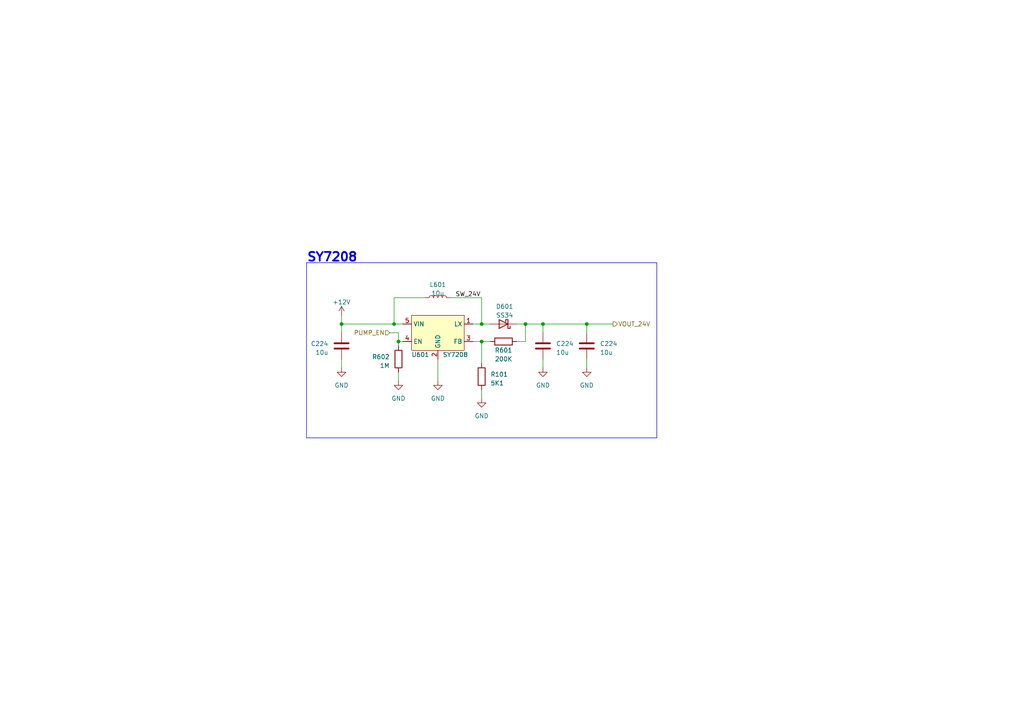
<source format=kicad_sch>
(kicad_sch (version 20230121) (generator eeschema)
  (paper "A4")
  (title_block (title "IoT_AgriFarm") (date "2023-07-06") (rev "2.0") (company "sudo-junkie"))
  (lib_symbols
    (symbol "Device:C" (pin_numbers hide) (pin_names (offset 0.254))
      (property "Reference" "C" (at 0.635 2.54 0))
      (property "Value" "C" (at 0.635 -2.54 0))
      (symbol "C_0_1"
        (polyline (pts (xy -2.032 -0.762) (xy 2.032 -0.762)) (stroke (width 0.508)))
        (polyline (pts (xy -2.032 0.762) (xy 2.032 0.762)) (stroke (width 0.508)))
      )
      (symbol "C_1_1"
        (pin passive line (at 0 3.81 270) (length 2.794) (name "~") (number "1"))
        (pin passive line (at 0 -3.81 90) (length 2.794) (name "~") (number "2"))
      )
    )
    (symbol "Device:D_Schottky" (pin_numbers hide) (pin_names (offset 1.016) hide)
      (property "Reference" "D" (at 0 2.54 0))
      (property "Value" "D_Schottky" (at 0 -2.54 0))
      (symbol "D_Schottky_0_1"
        (polyline (pts (xy 1.27 0) (xy -1.27 0)))
        (polyline (pts (xy 1.27 1.27) (xy 1.27 -1.27) (xy -1.27 0) (xy 1.27 1.27)) (stroke (width 0.254)))
        (polyline (pts (xy -1.905 0.635) (xy -1.905 1.27) (xy -1.27 1.27) (xy -1.27 -1.27) (xy -0.635 -1.27) (xy -0.635 -0.635)) (stroke (width 0.254)))
      )
      (symbol "D_Schottky_1_1"
        (pin passive line (at -3.81 0 0) (length 2.54) (name "K") (number "1"))
        (pin passive line (at 3.81 0 180) (length 2.54) (name "A") (number "2"))
      )
    )
    (symbol "Device:L" (pin_numbers hide) (pin_names (offset 1.016) hide)
      (property "Reference" "L" (at -1.27 0 90))
      (property "Value" "L" (at 1.905 0 90))
      (symbol "L_0_1"
        (arc (start 0 -2.54) (mid 0.6323 -1.905) (end 0 -1.27))
        (arc (start 0 -1.27) (mid 0.6323 -0.635) (end 0 0))
        (arc (start 0 0) (mid 0.6323 0.635) (end 0 1.27))
        (arc (start 0 1.27) (mid 0.6323 1.905) (end 0 2.54))
      )
      (symbol "L_1_1"
        (pin passive line (at 0 3.81 270) (length 1.27) (name "1") (number "1"))
        (pin passive line (at 0 -3.81 90) (length 1.27) (name "2") (number "2"))
      )
    )
    (symbol "Device:R" (pin_numbers hide) (pin_names (offset 0))
      (property "Reference" "R" (at 2.032 0 90))
      (property "Value" "R" (at 0 0 90))
      (symbol "R_0_1"
        (rectangle (start -1.016 -2.54) (end 1.016 2.54) (stroke (width 0.254)))
      )
      (symbol "R_1_1"
        (pin passive line (at 0 3.81 270) (length 1.27) (name "~") (number "1"))
        (pin passive line (at 0 -3.81 90) (length 1.27) (name "~") (number "2"))
      )
    )
    (symbol "My_Regulator_Switching:SY7208"
      (property "Reference" "U" (at 3.81 6.35 0))
      (property "Value" "SY7208" (at 6.35 -6.35 0))
      (symbol "SY7208_0_1"
        (rectangle (start -7.62 5.08) (end 7.62 -5.08) (fill (type background)))
      )
      (symbol "SY7208_1_1"
        (pin output line (at 10.16 2.54 180) (length 2.54) (name "LX") (number "1"))
        (pin passive line (at 0 -7.62 90) (length 2.54) (name "GND") (number "2"))
        (pin input line (at 10.16 -2.54 180) (length 2.54) (name "FB") (number "3"))
        (pin input line (at -10.16 -2.54 0) (length 2.54) (name "EN") (number "4"))
        (pin input line (at -10.16 2.54 0) (length 2.54) (name "VIN") (number "5"))
        (pin no_connect line (at 0 5.08 270) (length 2.54) hide (name "NC") (number "6"))
      )
    )
    (symbol "power:+12V" (power) (pin_names (offset 0))
      (property "Value" "+12V" (at 0 3.556 0))
      (symbol "+12V_0_1"
        (polyline (pts (xy -0.762 1.27) (xy 0 2.54)))
        (polyline (pts (xy 0 0) (xy 0 2.54)))
        (polyline (pts (xy 0 2.54) (xy 0.762 1.27)))
      )
      (symbol "+12V_1_1"
        (pin power_in line (at 0 0 90) (length 0) hide (name "+12V") (number "1"))
      )
    )
    (symbol "power:GND" (power) (pin_names (offset 0))
      (property "Value" "GND" (at 0 -3.81 0))
      (symbol "GND_0_1"
        (polyline (pts (xy 0 0) (xy 0 -1.27) (xy 1.27 -1.27) (xy 0 -2.54) (xy -1.27 -1.27) (xy 0 -1.27)))
      )
      (symbol "GND_1_1"
        (pin power_in line (at 0 0 270) (length 0) hide (name "GND") (number "1"))
      )
    )
  )
  (junction (at 170.18 93.98))
  (junction (at 115.57 99.06))
  (junction (at 99.06 93.98))
  (junction (at 114.3 93.98))
  (junction (at 139.7 93.98))
  (junction (at 157.48 93.98))
  (junction (at 152.4 93.98))
  (junction (at 139.7 99.06))
  (wire (pts (xy 139.7 99.06) (xy 142.24 99.06)))
  (polyline (pts (xy 88.9 76.2) (xy 190.5 76.2)))
  (wire (pts (xy 99.06 91.44) (xy 99.06 93.98)))
  (wire (pts (xy 114.3 86.36) (xy 114.3 93.98)))
  (wire (pts (xy 170.18 93.98) (xy 177.8 93.98)))
  (wire (pts (xy 139.7 86.36) (xy 139.7 93.98)))
  (wire (pts (xy 114.3 93.98) (xy 116.84 93.98)))
  (wire (pts (xy 137.16 99.06) (xy 139.7 99.06)))
  (wire (pts (xy 115.57 99.06) (xy 116.84 99.06)))
  (wire (pts (xy 115.57 96.52) (xy 115.57 99.06)))
  (wire (pts (xy 115.57 107.95) (xy 115.57 110.49)))
  (wire (pts (xy 99.06 96.52) (xy 99.06 93.98)))
  (wire (pts (xy 152.4 93.98) (xy 157.48 93.98)))
  (wire (pts (xy 99.06 93.98) (xy 114.3 93.98)))
  (wire (pts (xy 170.18 104.14) (xy 170.18 106.68)))
  (wire (pts (xy 139.7 93.98) (xy 137.16 93.98)))
  (polyline (pts (xy 190.5 127) (xy 88.9 127)))
  (wire (pts (xy 123.19 86.36) (xy 114.3 86.36)))
  (wire (pts (xy 113.03 96.52) (xy 115.57 96.52)))
  (wire (pts (xy 152.4 99.06) (xy 152.4 93.98)))
  (wire (pts (xy 99.06 104.14) (xy 99.06 106.68)))
  (wire (pts (xy 139.7 99.06) (xy 139.7 105.41)))
  (wire (pts (xy 170.18 93.98) (xy 157.48 93.98)))
  (wire (pts (xy 157.48 104.14) (xy 157.48 106.68)))
  (wire (pts (xy 157.48 93.98) (xy 157.48 96.52)))
  (wire (pts (xy 130.81 86.36) (xy 139.7 86.36)))
  (wire (pts (xy 139.7 93.98) (xy 142.24 93.98)))
  (wire (pts (xy 139.7 113.03) (xy 139.7 115.57)))
  (wire (pts (xy 115.57 100.33) (xy 115.57 99.06)))
  (polyline (pts (xy 88.9 76.2) (xy 88.9 127)))
  (wire (pts (xy 149.86 93.98) (xy 152.4 93.98)))
  (wire (pts (xy 127 104.14) (xy 127 110.49)))
  (wire (pts (xy 149.86 99.06) (xy 152.4 99.06)))
  (wire (pts (xy 170.18 96.52) (xy 170.18 93.98)))
  (polyline (pts (xy 190.5 76.2) (xy 190.5 127)))
  (text "SY7208" (at 88.9 76.2 0) (effects (font (size 2.54 2.54) (thickness 0.508) bold) (justify left bottom)))
  (label "SW_24V" (at 132.08 86.36 0))
  (hierarchical_label "VOUT_24V" (shape output) (at 177.8 93.98 0))
  (hierarchical_label "PUMP_EN" (shape input) (at 113.03 96.52 180))
  (symbol (lib_id "power:GND") (at 139.7 115.57 0) (unit 1)
    (property "Reference" "#PWR0607" (effects hide))
    (property "Value" "GND" (at 139.7 120.65 0))
  )
  (symbol (lib_id "Device:D_Schottky") (at 146.05 93.98 180) (unit 1)
    (property "Reference" "D601" (at 146.3675 88.9 0))
    (property "Value" "SS34" (at 146.3675 91.44 0))
    (property "Footprint" "Diode_SMD:D_SMA" (effects hide))
    (property "JLCPCB PART#" "C727060" (effects hide))
    (property "MANUFACTURER" "TWGMC " (effects hide))
    (property "MPN" "SS34" (effects hide))
    (property "UNIT PRICE" "0.0249" (effects hide))
    (property "VENDOR" "LCSC" (effects hide))
  )
  (symbol (lib_id "My_Regulator_Switching:SY7208") (at 127 96.52 0) (unit 1)
    (property "Reference" "U601" (at 121.92 102.87 0))
    (property "Value" "SY7208" (at 132.08 102.87 0))
    (property "Footprint" "Package_TO_SOT_SMD:SOT-23-6" (effects hide))
    (property "JLCPCB PART#" "C80514" (effects hide))
    (property "MANUFACTURER" "Silergy Corp" (effects hide))
    (property "MPN" "SY7208ABC" (effects hide))
    (property "UNIT PRICE" "0.2680" (effects hide))
    (property "VENDOR" "LCSC" (effects hide))
  )
  (symbol (lib_id "Device:R") (at 115.57 104.14 0) (mirror x) (unit 1)
    (property "Reference" "R602" (at 113.03 103.505 0) (effects (justify right)))
    (property "Value" "1M" (at 113.03 106.045 0) (effects (justify right)))
    (property "Footprint" "Resistor_SMD:R_0402_1005Metric" (effects hide))
    (property "JLCPCB PART#" "C138033" (effects hide))
    (property "MANUFACTURER" "YAGEO" (effects hide))
    (property "MPN" "RC0402FR-071ML" (effects hide))
    (property "UNIT PRICE" "0.0007" (effects hide))
    (property "VENDOR" "LCSC" (effects hide))
  )
  (symbol (lib_id "power:GND") (at 170.18 106.68 0) (unit 1)
    (property "Reference" "#PWR0604" (effects hide))
    (property "Value" "GND" (at 170.18 111.76 0))
  )
  (symbol (lib_id "power:GND") (at 127 110.49 0) (unit 1)
    (property "Reference" "#PWR0606" (effects hide))
    (property "Value" "GND" (at 127 115.57 0))
  )
  (symbol (lib_id "Device:R") (at 146.05 99.06 90) (mirror x) (unit 1)
    (property "Reference" "R601" (at 146.05 101.6 90))
    (property "Value" "200K" (at 146.05 104.14 90))
    (property "Footprint" "Resistor_SMD:R_0402_1005Metric" (effects hide))
    (property "JLCPCB PART#" "C114763" (effects hide))
    (property "MANUFACTURER" "YAGEO" (effects hide))
    (property "MPN" "RC0402FR-07200KL" (effects hide))
    (property "UNIT PRICE" "0.0007" (effects hide))
    (property "VENDOR" "LCSC" (effects hide))
  )
  (symbol (lib_id "Device:L") (at 127 86.36 90) (unit 1)
    (property "Reference" "L601" (at 127 82.55 90))
    (property "Value" "10u" (at 127 85.09 90))
    (property "Footprint" "Inductor_SMD:L_Sunlord_MWSA0603S" (effects hide))
    (property "JLCPCB PART#" "C436542" (effects hide))
    (property "MANUFACTURER" "PROD Tech " (effects hide))
    (property "MPN" "PSPMAA0603-100M-ANF" (effects hide))
    (property "UNIT PRICE" "0.0870" (effects hide))
    (property "VENDOR" "LCSC" (effects hide))
  )
  (symbol (lib_id "Device:C") (at 99.06 100.33 0) (mirror y) (unit 1)
    (property "Reference" "C224" (at 95.25 99.695 0) (effects (justify left)))
    (property "Value" "10u" (at 95.25 102.235 0) (effects (justify left)))
    (property "Footprint" "Capacitor_SMD:C_0603_1608Metric" (effects hide))
    (property "VENDOR" "LCSC" (effects hide))
    (property "JLCPCB PART#" "C344022" (effects hide))
    (property "MANUFACTURER" "Murata Electronics " (effects hide))
    (property "MPN" "GRM188R61E106KA73D" (effects hide))
    (property "UNIT PRICE" "0.0332" (effects hide))
    (instances (project "IoT_Agrifarm" (path "" (reference "C224") (unit 1)) (path "" (reference "C601") (unit 1))))
  )
  (symbol (lib_id "power:+12V") (at 99.06 91.44 0) (unit 1)
    (property "Reference" "#PWR0601" (effects hide))
    (property "Value" "+12V" (at 99.06 87.63 0))
  )
  (symbol (lib_id "power:GND") (at 157.48 106.68 0) (unit 1)
    (property "Reference" "#PWR0603" (effects hide))
    (property "Value" "GND" (at 157.48 111.76 0))
  )
  (symbol (lib_id "Device:C") (at 170.18 100.33 0) (unit 1)
    (property "Reference" "C224" (at 173.99 99.695 0) (effects (justify left)))
    (property "Value" "10u" (at 173.99 102.235 0) (effects (justify left)))
    (property "Footprint" "Capacitor_SMD:C_0603_1608Metric" (effects hide))
    (property "VENDOR" "LCSC" (effects hide))
    (property "JLCPCB PART#" "C344022" (effects hide))
    (property "MANUFACTURER" "Murata Electronics " (effects hide))
    (property "MPN" "GRM188R61E106KA73D" (effects hide))
    (property "UNIT PRICE" "0.0332" (effects hide))
    (instances (project "IoT_Agrifarm" (path "" (reference "C224") (unit 1)) (path "" (reference "C603") (unit 1))))
  )
  (symbol (lib_id "Device:C") (at 157.48 100.33 0) (unit 1)
    (property "Reference" "C224" (at 161.29 99.695 0) (effects (justify left)))
    (property "Value" "10u" (at 161.29 102.235 0) (effects (justify left)))
    (property "Footprint" "Capacitor_SMD:C_0603_1608Metric" (effects hide))
    (property "VENDOR" "LCSC" (effects hide))
    (property "JLCPCB PART#" "C344022" (effects hide))
    (property "MANUFACTURER" "Murata Electronics " (effects hide))
    (property "MPN" "GRM188R61E106KA73D" (effects hide))
    (property "UNIT PRICE" "0.0332" (effects hide))
    (instances (project "IoT_Agrifarm" (path "" (reference "C224") (unit 1)) (path "" (reference "C602") (unit 1))))
  )
  (symbol (lib_id "Device:R") (at 139.7 109.22 180) (unit 1)
    (property "Reference" "R101" (at 142.24 108.585 0) (effects (justify right)))
    (property "Value" "5K1" (at 142.24 111.125 0) (effects (justify right)))
    (property "Footprint" "Resistor_SMD:R_0402_1005Metric" (effects hide))
    (property "MPN" "AR03BTCX5001" (effects hide))
    (property "MANUFACTURER" "Viking Tech " (effects hide))
    (property "VENDOR" "LCSC" (effects hide))
    (property "JLCPCB PART#" "C2828621" (effects hide))
    (property "UNIT PRICE" "0.0274" (effects hide))
    (instances (project "Controller" (path "" (reference "R101") (unit 1))) (project "IoT_Agrifarm" (path "" (reference "R103") (unit 1)) (path "" (reference "R603") (unit 1))) (project "Atego_Nano" (path "" (reference "R104") (unit 1))))
  )
  (symbol (lib_id "power:GND") (at 99.06 106.68 0) (unit 1)
    (property "Reference" "#PWR0602" (effects hide))
    (property "Value" "GND" (at 99.06 111.76 0))
  )
  (symbol (lib_id "power:GND") (at 115.57 110.49 0) (unit 1)
    (property "Reference" "#PWR0605" (effects hide))
    (property "Value" "GND" (at 115.57 115.57 0))
  )
)
</source>
